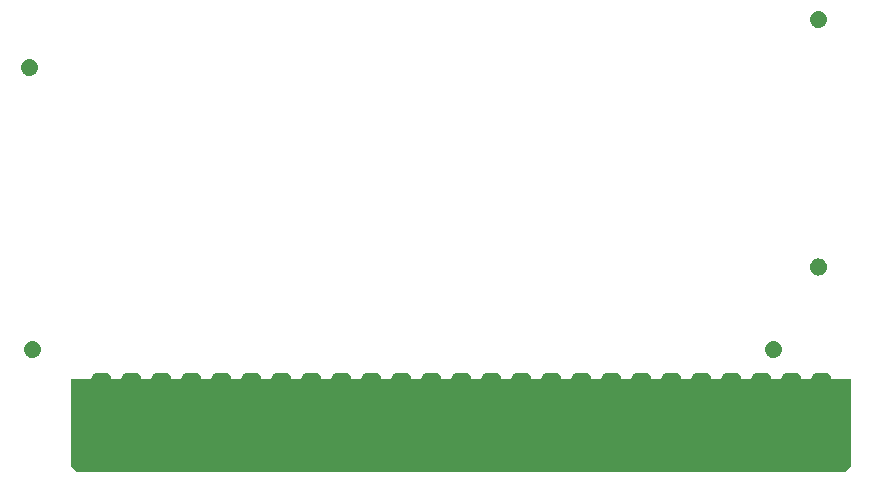
<source format=gbs>
G04 #@! TF.GenerationSoftware,KiCad,Pcbnew,7.0.10*
G04 #@! TF.CreationDate,2024-03-03T18:48:53-05:00*
G04 #@! TF.ProjectId,RAM128,52414d31-3238-42e6-9b69-6361645f7063,1.2*
G04 #@! TF.SameCoordinates,Original*
G04 #@! TF.FileFunction,Soldermask,Bot*
G04 #@! TF.FilePolarity,Negative*
%FSLAX46Y46*%
G04 Gerber Fmt 4.6, Leading zero omitted, Abs format (unit mm)*
G04 Created by KiCad (PCBNEW 7.0.10) date 2024-03-03 18:48:53*
%MOMM*%
%LPD*%
G01*
G04 APERTURE LIST*
G04 APERTURE END LIST*
G36*
X76665999Y-131543771D02*
G01*
X76677712Y-131547869D01*
X76688592Y-131549176D01*
X76744857Y-131571364D01*
X76794635Y-131588782D01*
X76801071Y-131593532D01*
X76804788Y-131594998D01*
X76867758Y-131642749D01*
X76904289Y-131669711D01*
X76931259Y-131706253D01*
X76979001Y-131769211D01*
X76980466Y-131772926D01*
X76985218Y-131779365D01*
X77002642Y-131829162D01*
X77024822Y-131885406D01*
X77026127Y-131896280D01*
X77030229Y-131908001D01*
X77038200Y-131993000D01*
X77038200Y-132042804D01*
X77075396Y-132080000D01*
X77864603Y-132080000D01*
X77901800Y-132042803D01*
X77901800Y-131996798D01*
X77901800Y-131993000D01*
X77909771Y-131908001D01*
X77913869Y-131896288D01*
X77915176Y-131885407D01*
X77937367Y-131829133D01*
X77954782Y-131779365D01*
X77959531Y-131772929D01*
X77960998Y-131769211D01*
X78008777Y-131706204D01*
X78035711Y-131669711D01*
X78072204Y-131642777D01*
X78135211Y-131594998D01*
X78138929Y-131593531D01*
X78145365Y-131588782D01*
X78195140Y-131571365D01*
X78251406Y-131549177D01*
X78262284Y-131547870D01*
X78274001Y-131543771D01*
X78359000Y-131535800D01*
X79121000Y-131535800D01*
X79205999Y-131543771D01*
X79217712Y-131547869D01*
X79228592Y-131549176D01*
X79284857Y-131571364D01*
X79334635Y-131588782D01*
X79341071Y-131593532D01*
X79344788Y-131594998D01*
X79407758Y-131642749D01*
X79444289Y-131669711D01*
X79471259Y-131706253D01*
X79519001Y-131769211D01*
X79520466Y-131772926D01*
X79525218Y-131779365D01*
X79542642Y-131829162D01*
X79564822Y-131885406D01*
X79566127Y-131896280D01*
X79570229Y-131908001D01*
X79578200Y-131993000D01*
X79578200Y-132042804D01*
X79615396Y-132080000D01*
X80404603Y-132080000D01*
X80441800Y-132042803D01*
X80441800Y-131996798D01*
X80441800Y-131993000D01*
X80449771Y-131908001D01*
X80453869Y-131896288D01*
X80455176Y-131885407D01*
X80477367Y-131829133D01*
X80494782Y-131779365D01*
X80499531Y-131772929D01*
X80500998Y-131769211D01*
X80548777Y-131706204D01*
X80575711Y-131669711D01*
X80612204Y-131642777D01*
X80675211Y-131594998D01*
X80678929Y-131593531D01*
X80685365Y-131588782D01*
X80735140Y-131571365D01*
X80791406Y-131549177D01*
X80802284Y-131547870D01*
X80814001Y-131543771D01*
X80899000Y-131535800D01*
X81661000Y-131535800D01*
X81745999Y-131543771D01*
X81757712Y-131547869D01*
X81768592Y-131549176D01*
X81824857Y-131571364D01*
X81874635Y-131588782D01*
X81881071Y-131593532D01*
X81884788Y-131594998D01*
X81947758Y-131642749D01*
X81984289Y-131669711D01*
X82011259Y-131706253D01*
X82059001Y-131769211D01*
X82060466Y-131772926D01*
X82065218Y-131779365D01*
X82082642Y-131829162D01*
X82104822Y-131885406D01*
X82106127Y-131896280D01*
X82110229Y-131908001D01*
X82118200Y-131993000D01*
X82118200Y-132042804D01*
X82155396Y-132080000D01*
X82944603Y-132080000D01*
X82981800Y-132042803D01*
X82981800Y-131996798D01*
X82981800Y-131993000D01*
X82989771Y-131908001D01*
X82993869Y-131896288D01*
X82995176Y-131885407D01*
X83017367Y-131829133D01*
X83034782Y-131779365D01*
X83039531Y-131772929D01*
X83040998Y-131769211D01*
X83088777Y-131706204D01*
X83115711Y-131669711D01*
X83152204Y-131642777D01*
X83215211Y-131594998D01*
X83218929Y-131593531D01*
X83225365Y-131588782D01*
X83275140Y-131571365D01*
X83331406Y-131549177D01*
X83342284Y-131547870D01*
X83354001Y-131543771D01*
X83439000Y-131535800D01*
X84201000Y-131535800D01*
X84285999Y-131543771D01*
X84297712Y-131547869D01*
X84308592Y-131549176D01*
X84364857Y-131571364D01*
X84414635Y-131588782D01*
X84421071Y-131593532D01*
X84424788Y-131594998D01*
X84487758Y-131642749D01*
X84524289Y-131669711D01*
X84551259Y-131706253D01*
X84599001Y-131769211D01*
X84600466Y-131772926D01*
X84605218Y-131779365D01*
X84622642Y-131829162D01*
X84644822Y-131885406D01*
X84646127Y-131896280D01*
X84650229Y-131908001D01*
X84658200Y-131993000D01*
X84658200Y-132042804D01*
X84695396Y-132080000D01*
X85484603Y-132080000D01*
X85521800Y-132042803D01*
X85521800Y-131996798D01*
X85521800Y-131993000D01*
X85529771Y-131908001D01*
X85533869Y-131896288D01*
X85535176Y-131885407D01*
X85557367Y-131829133D01*
X85574782Y-131779365D01*
X85579531Y-131772929D01*
X85580998Y-131769211D01*
X85628777Y-131706204D01*
X85655711Y-131669711D01*
X85692204Y-131642777D01*
X85755211Y-131594998D01*
X85758929Y-131593531D01*
X85765365Y-131588782D01*
X85815140Y-131571365D01*
X85871406Y-131549177D01*
X85882284Y-131547870D01*
X85894001Y-131543771D01*
X85979000Y-131535800D01*
X86741000Y-131535800D01*
X86825999Y-131543771D01*
X86837712Y-131547869D01*
X86848592Y-131549176D01*
X86904857Y-131571364D01*
X86954635Y-131588782D01*
X86961071Y-131593532D01*
X86964788Y-131594998D01*
X87027758Y-131642749D01*
X87064289Y-131669711D01*
X87091259Y-131706253D01*
X87139001Y-131769211D01*
X87140466Y-131772926D01*
X87145218Y-131779365D01*
X87162642Y-131829162D01*
X87184822Y-131885406D01*
X87186127Y-131896280D01*
X87190229Y-131908001D01*
X87198200Y-131993000D01*
X87198200Y-132042804D01*
X87235396Y-132080000D01*
X88024603Y-132080000D01*
X88061800Y-132042803D01*
X88061800Y-131996798D01*
X88061800Y-131993000D01*
X88069771Y-131908001D01*
X88073869Y-131896288D01*
X88075176Y-131885407D01*
X88097367Y-131829133D01*
X88114782Y-131779365D01*
X88119531Y-131772929D01*
X88120998Y-131769211D01*
X88168777Y-131706204D01*
X88195711Y-131669711D01*
X88232204Y-131642777D01*
X88295211Y-131594998D01*
X88298929Y-131593531D01*
X88305365Y-131588782D01*
X88355140Y-131571365D01*
X88411406Y-131549177D01*
X88422284Y-131547870D01*
X88434001Y-131543771D01*
X88519000Y-131535800D01*
X89281000Y-131535800D01*
X89365999Y-131543771D01*
X89377712Y-131547869D01*
X89388592Y-131549176D01*
X89444857Y-131571364D01*
X89494635Y-131588782D01*
X89501071Y-131593532D01*
X89504788Y-131594998D01*
X89567758Y-131642749D01*
X89604289Y-131669711D01*
X89631259Y-131706253D01*
X89679001Y-131769211D01*
X89680466Y-131772926D01*
X89685218Y-131779365D01*
X89702642Y-131829162D01*
X89724822Y-131885406D01*
X89726127Y-131896280D01*
X89730229Y-131908001D01*
X89738200Y-131993000D01*
X89738200Y-132042804D01*
X89775396Y-132080000D01*
X90564603Y-132080000D01*
X90601800Y-132042803D01*
X90601800Y-131996798D01*
X90601800Y-131993000D01*
X90609771Y-131908001D01*
X90613869Y-131896288D01*
X90615176Y-131885407D01*
X90637367Y-131829133D01*
X90654782Y-131779365D01*
X90659531Y-131772929D01*
X90660998Y-131769211D01*
X90708777Y-131706204D01*
X90735711Y-131669711D01*
X90772204Y-131642777D01*
X90835211Y-131594998D01*
X90838929Y-131593531D01*
X90845365Y-131588782D01*
X90895140Y-131571365D01*
X90951406Y-131549177D01*
X90962284Y-131547870D01*
X90974001Y-131543771D01*
X91059000Y-131535800D01*
X91821000Y-131535800D01*
X91905999Y-131543771D01*
X91917712Y-131547869D01*
X91928592Y-131549176D01*
X91984857Y-131571364D01*
X92034635Y-131588782D01*
X92041071Y-131593532D01*
X92044788Y-131594998D01*
X92107758Y-131642749D01*
X92144289Y-131669711D01*
X92171259Y-131706253D01*
X92219001Y-131769211D01*
X92220466Y-131772926D01*
X92225218Y-131779365D01*
X92242642Y-131829162D01*
X92264822Y-131885406D01*
X92266127Y-131896280D01*
X92270229Y-131908001D01*
X92278200Y-131993000D01*
X92278200Y-132042804D01*
X92315396Y-132080000D01*
X93104603Y-132080000D01*
X93141800Y-132042803D01*
X93141800Y-131996798D01*
X93141800Y-131993000D01*
X93149771Y-131908001D01*
X93153869Y-131896288D01*
X93155176Y-131885407D01*
X93177367Y-131829133D01*
X93194782Y-131779365D01*
X93199531Y-131772929D01*
X93200998Y-131769211D01*
X93248777Y-131706204D01*
X93275711Y-131669711D01*
X93312204Y-131642777D01*
X93375211Y-131594998D01*
X93378929Y-131593531D01*
X93385365Y-131588782D01*
X93435140Y-131571365D01*
X93491406Y-131549177D01*
X93502284Y-131547870D01*
X93514001Y-131543771D01*
X93599000Y-131535800D01*
X94361000Y-131535800D01*
X94445999Y-131543771D01*
X94457712Y-131547869D01*
X94468592Y-131549176D01*
X94524857Y-131571364D01*
X94574635Y-131588782D01*
X94581071Y-131593532D01*
X94584788Y-131594998D01*
X94647758Y-131642749D01*
X94684289Y-131669711D01*
X94711259Y-131706253D01*
X94759001Y-131769211D01*
X94760466Y-131772926D01*
X94765218Y-131779365D01*
X94782642Y-131829162D01*
X94804822Y-131885406D01*
X94806127Y-131896280D01*
X94810229Y-131908001D01*
X94818200Y-131993000D01*
X94818200Y-132042804D01*
X94855396Y-132080000D01*
X95644603Y-132080000D01*
X95681800Y-132042803D01*
X95681800Y-131996798D01*
X95681800Y-131993000D01*
X95689771Y-131908001D01*
X95693869Y-131896288D01*
X95695176Y-131885407D01*
X95717367Y-131829133D01*
X95734782Y-131779365D01*
X95739531Y-131772929D01*
X95740998Y-131769211D01*
X95788777Y-131706204D01*
X95815711Y-131669711D01*
X95852204Y-131642777D01*
X95915211Y-131594998D01*
X95918929Y-131593531D01*
X95925365Y-131588782D01*
X95975140Y-131571365D01*
X96031406Y-131549177D01*
X96042284Y-131547870D01*
X96054001Y-131543771D01*
X96139000Y-131535800D01*
X96901000Y-131535800D01*
X96985999Y-131543771D01*
X96997712Y-131547869D01*
X97008592Y-131549176D01*
X97064857Y-131571364D01*
X97114635Y-131588782D01*
X97121071Y-131593532D01*
X97124788Y-131594998D01*
X97187758Y-131642749D01*
X97224289Y-131669711D01*
X97251259Y-131706253D01*
X97299001Y-131769211D01*
X97300466Y-131772926D01*
X97305218Y-131779365D01*
X97322642Y-131829162D01*
X97344822Y-131885406D01*
X97346127Y-131896280D01*
X97350229Y-131908001D01*
X97358200Y-131993000D01*
X97358200Y-132042804D01*
X97395396Y-132080000D01*
X98184603Y-132080000D01*
X98221800Y-132042803D01*
X98221800Y-131996798D01*
X98221800Y-131993000D01*
X98229771Y-131908001D01*
X98233869Y-131896288D01*
X98235176Y-131885407D01*
X98257367Y-131829133D01*
X98274782Y-131779365D01*
X98279531Y-131772929D01*
X98280998Y-131769211D01*
X98328777Y-131706204D01*
X98355711Y-131669711D01*
X98392204Y-131642777D01*
X98455211Y-131594998D01*
X98458929Y-131593531D01*
X98465365Y-131588782D01*
X98515140Y-131571365D01*
X98571406Y-131549177D01*
X98582284Y-131547870D01*
X98594001Y-131543771D01*
X98679000Y-131535800D01*
X99441000Y-131535800D01*
X99525999Y-131543771D01*
X99537712Y-131547869D01*
X99548592Y-131549176D01*
X99604857Y-131571364D01*
X99654635Y-131588782D01*
X99661071Y-131593532D01*
X99664788Y-131594998D01*
X99727758Y-131642749D01*
X99764289Y-131669711D01*
X99791259Y-131706253D01*
X99839001Y-131769211D01*
X99840466Y-131772926D01*
X99845218Y-131779365D01*
X99862642Y-131829162D01*
X99884822Y-131885406D01*
X99886127Y-131896280D01*
X99890229Y-131908001D01*
X99898200Y-131993000D01*
X99898200Y-132042804D01*
X99935396Y-132080000D01*
X100724603Y-132080000D01*
X100761800Y-132042803D01*
X100761800Y-131996798D01*
X100761800Y-131993000D01*
X100769771Y-131908001D01*
X100773869Y-131896288D01*
X100775176Y-131885407D01*
X100797367Y-131829133D01*
X100814782Y-131779365D01*
X100819531Y-131772929D01*
X100820998Y-131769211D01*
X100868777Y-131706204D01*
X100895711Y-131669711D01*
X100932204Y-131642777D01*
X100995211Y-131594998D01*
X100998929Y-131593531D01*
X101005365Y-131588782D01*
X101055140Y-131571365D01*
X101111406Y-131549177D01*
X101122284Y-131547870D01*
X101134001Y-131543771D01*
X101219000Y-131535800D01*
X101981000Y-131535800D01*
X102065999Y-131543771D01*
X102077712Y-131547869D01*
X102088592Y-131549176D01*
X102144857Y-131571364D01*
X102194635Y-131588782D01*
X102201071Y-131593532D01*
X102204788Y-131594998D01*
X102267758Y-131642749D01*
X102304289Y-131669711D01*
X102331259Y-131706253D01*
X102379001Y-131769211D01*
X102380466Y-131772926D01*
X102385218Y-131779365D01*
X102402642Y-131829162D01*
X102424822Y-131885406D01*
X102426127Y-131896280D01*
X102430229Y-131908001D01*
X102438200Y-131993000D01*
X102438200Y-132042804D01*
X102475396Y-132080000D01*
X103264603Y-132080000D01*
X103301800Y-132042803D01*
X103301800Y-131996798D01*
X103301800Y-131993000D01*
X103309771Y-131908001D01*
X103313869Y-131896288D01*
X103315176Y-131885407D01*
X103337367Y-131829133D01*
X103354782Y-131779365D01*
X103359531Y-131772929D01*
X103360998Y-131769211D01*
X103408777Y-131706204D01*
X103435711Y-131669711D01*
X103472204Y-131642777D01*
X103535211Y-131594998D01*
X103538929Y-131593531D01*
X103545365Y-131588782D01*
X103595140Y-131571365D01*
X103651406Y-131549177D01*
X103662284Y-131547870D01*
X103674001Y-131543771D01*
X103759000Y-131535800D01*
X104521000Y-131535800D01*
X104605999Y-131543771D01*
X104617712Y-131547869D01*
X104628592Y-131549176D01*
X104684857Y-131571364D01*
X104734635Y-131588782D01*
X104741071Y-131593532D01*
X104744788Y-131594998D01*
X104807758Y-131642749D01*
X104844289Y-131669711D01*
X104871259Y-131706253D01*
X104919001Y-131769211D01*
X104920466Y-131772926D01*
X104925218Y-131779365D01*
X104942642Y-131829162D01*
X104964822Y-131885406D01*
X104966127Y-131896280D01*
X104970229Y-131908001D01*
X104978200Y-131993000D01*
X104978200Y-132042804D01*
X105015396Y-132080000D01*
X105804603Y-132080000D01*
X105841800Y-132042803D01*
X105841800Y-131996798D01*
X105841800Y-131993000D01*
X105849771Y-131908001D01*
X105853869Y-131896288D01*
X105855176Y-131885407D01*
X105877367Y-131829133D01*
X105894782Y-131779365D01*
X105899531Y-131772929D01*
X105900998Y-131769211D01*
X105948777Y-131706204D01*
X105975711Y-131669711D01*
X106012204Y-131642777D01*
X106075211Y-131594998D01*
X106078929Y-131593531D01*
X106085365Y-131588782D01*
X106135140Y-131571365D01*
X106191406Y-131549177D01*
X106202284Y-131547870D01*
X106214001Y-131543771D01*
X106299000Y-131535800D01*
X107061000Y-131535800D01*
X107145999Y-131543771D01*
X107157712Y-131547869D01*
X107168592Y-131549176D01*
X107224857Y-131571364D01*
X107274635Y-131588782D01*
X107281071Y-131593532D01*
X107284788Y-131594998D01*
X107347758Y-131642749D01*
X107384289Y-131669711D01*
X107411259Y-131706253D01*
X107459001Y-131769211D01*
X107460466Y-131772926D01*
X107465218Y-131779365D01*
X107482642Y-131829162D01*
X107504822Y-131885406D01*
X107506127Y-131896280D01*
X107510229Y-131908001D01*
X107518200Y-131993000D01*
X107518200Y-132042804D01*
X107555396Y-132080000D01*
X108344603Y-132080000D01*
X108381800Y-132042803D01*
X108381800Y-131996798D01*
X108381800Y-131993000D01*
X108389771Y-131908001D01*
X108393869Y-131896288D01*
X108395176Y-131885407D01*
X108417367Y-131829133D01*
X108434782Y-131779365D01*
X108439531Y-131772929D01*
X108440998Y-131769211D01*
X108488777Y-131706204D01*
X108515711Y-131669711D01*
X108552204Y-131642777D01*
X108615211Y-131594998D01*
X108618929Y-131593531D01*
X108625365Y-131588782D01*
X108675140Y-131571365D01*
X108731406Y-131549177D01*
X108742284Y-131547870D01*
X108754001Y-131543771D01*
X108839000Y-131535800D01*
X109601000Y-131535800D01*
X109685999Y-131543771D01*
X109697712Y-131547869D01*
X109708592Y-131549176D01*
X109764857Y-131571364D01*
X109814635Y-131588782D01*
X109821071Y-131593532D01*
X109824788Y-131594998D01*
X109887758Y-131642749D01*
X109924289Y-131669711D01*
X109951259Y-131706253D01*
X109999001Y-131769211D01*
X110000466Y-131772926D01*
X110005218Y-131779365D01*
X110022642Y-131829162D01*
X110044822Y-131885406D01*
X110046127Y-131896280D01*
X110050229Y-131908001D01*
X110058200Y-131993000D01*
X110058200Y-132042804D01*
X110095396Y-132080000D01*
X110884603Y-132080000D01*
X110921800Y-132042803D01*
X110921800Y-131996798D01*
X110921800Y-131993000D01*
X110929771Y-131908001D01*
X110933869Y-131896288D01*
X110935176Y-131885407D01*
X110957367Y-131829133D01*
X110974782Y-131779365D01*
X110979531Y-131772929D01*
X110980998Y-131769211D01*
X111028777Y-131706204D01*
X111055711Y-131669711D01*
X111092204Y-131642777D01*
X111155211Y-131594998D01*
X111158929Y-131593531D01*
X111165365Y-131588782D01*
X111215140Y-131571365D01*
X111271406Y-131549177D01*
X111282284Y-131547870D01*
X111294001Y-131543771D01*
X111379000Y-131535800D01*
X112141000Y-131535800D01*
X112225999Y-131543771D01*
X112237712Y-131547869D01*
X112248592Y-131549176D01*
X112304857Y-131571364D01*
X112354635Y-131588782D01*
X112361071Y-131593532D01*
X112364788Y-131594998D01*
X112427758Y-131642749D01*
X112464289Y-131669711D01*
X112491259Y-131706253D01*
X112539001Y-131769211D01*
X112540466Y-131772926D01*
X112545218Y-131779365D01*
X112562642Y-131829162D01*
X112584822Y-131885406D01*
X112586127Y-131896280D01*
X112590229Y-131908001D01*
X112598200Y-131993000D01*
X112598200Y-132042804D01*
X112635396Y-132080000D01*
X113424603Y-132080000D01*
X113461800Y-132042803D01*
X113461800Y-131996798D01*
X113461800Y-131993000D01*
X113469771Y-131908001D01*
X113473869Y-131896288D01*
X113475176Y-131885407D01*
X113497367Y-131829133D01*
X113514782Y-131779365D01*
X113519531Y-131772929D01*
X113520998Y-131769211D01*
X113568777Y-131706204D01*
X113595711Y-131669711D01*
X113632204Y-131642777D01*
X113695211Y-131594998D01*
X113698929Y-131593531D01*
X113705365Y-131588782D01*
X113755140Y-131571365D01*
X113811406Y-131549177D01*
X113822284Y-131547870D01*
X113834001Y-131543771D01*
X113919000Y-131535800D01*
X114681000Y-131535800D01*
X114765999Y-131543771D01*
X114777712Y-131547869D01*
X114788592Y-131549176D01*
X114844857Y-131571364D01*
X114894635Y-131588782D01*
X114901071Y-131593532D01*
X114904788Y-131594998D01*
X114967758Y-131642749D01*
X115004289Y-131669711D01*
X115031259Y-131706253D01*
X115079001Y-131769211D01*
X115080466Y-131772926D01*
X115085218Y-131779365D01*
X115102642Y-131829162D01*
X115124822Y-131885406D01*
X115126127Y-131896280D01*
X115130229Y-131908001D01*
X115138200Y-131993000D01*
X115138200Y-132042804D01*
X115175396Y-132080000D01*
X115964603Y-132080000D01*
X116001800Y-132042803D01*
X116001800Y-131996798D01*
X116001800Y-131993000D01*
X116009771Y-131908001D01*
X116013869Y-131896288D01*
X116015176Y-131885407D01*
X116037367Y-131829133D01*
X116054782Y-131779365D01*
X116059531Y-131772929D01*
X116060998Y-131769211D01*
X116108777Y-131706204D01*
X116135711Y-131669711D01*
X116172204Y-131642777D01*
X116235211Y-131594998D01*
X116238929Y-131593531D01*
X116245365Y-131588782D01*
X116295140Y-131571365D01*
X116351406Y-131549177D01*
X116362284Y-131547870D01*
X116374001Y-131543771D01*
X116459000Y-131535800D01*
X117221000Y-131535800D01*
X117305999Y-131543771D01*
X117317712Y-131547869D01*
X117328592Y-131549176D01*
X117384857Y-131571364D01*
X117434635Y-131588782D01*
X117441071Y-131593532D01*
X117444788Y-131594998D01*
X117507758Y-131642749D01*
X117544289Y-131669711D01*
X117571259Y-131706253D01*
X117619001Y-131769211D01*
X117620466Y-131772926D01*
X117625218Y-131779365D01*
X117642642Y-131829162D01*
X117664822Y-131885406D01*
X117666127Y-131896280D01*
X117670229Y-131908001D01*
X117678200Y-131993000D01*
X117678200Y-132042804D01*
X117715396Y-132080000D01*
X118504603Y-132080000D01*
X118541800Y-132042803D01*
X118541800Y-131996798D01*
X118541800Y-131993000D01*
X118549771Y-131908001D01*
X118553869Y-131896288D01*
X118555176Y-131885407D01*
X118577367Y-131829133D01*
X118594782Y-131779365D01*
X118599531Y-131772929D01*
X118600998Y-131769211D01*
X118648777Y-131706204D01*
X118675711Y-131669711D01*
X118712204Y-131642777D01*
X118775211Y-131594998D01*
X118778929Y-131593531D01*
X118785365Y-131588782D01*
X118835140Y-131571365D01*
X118891406Y-131549177D01*
X118902284Y-131547870D01*
X118914001Y-131543771D01*
X118999000Y-131535800D01*
X119761000Y-131535800D01*
X119845999Y-131543771D01*
X119857712Y-131547869D01*
X119868592Y-131549176D01*
X119924857Y-131571364D01*
X119974635Y-131588782D01*
X119981071Y-131593532D01*
X119984788Y-131594998D01*
X120047758Y-131642749D01*
X120084289Y-131669711D01*
X120111259Y-131706253D01*
X120159001Y-131769211D01*
X120160466Y-131772926D01*
X120165218Y-131779365D01*
X120182642Y-131829162D01*
X120204822Y-131885406D01*
X120206127Y-131896280D01*
X120210229Y-131908001D01*
X120218200Y-131993000D01*
X120218200Y-132042804D01*
X120255396Y-132080000D01*
X121044603Y-132080000D01*
X121081800Y-132042803D01*
X121081800Y-131996798D01*
X121081800Y-131993000D01*
X121089771Y-131908001D01*
X121093869Y-131896288D01*
X121095176Y-131885407D01*
X121117367Y-131829133D01*
X121134782Y-131779365D01*
X121139531Y-131772929D01*
X121140998Y-131769211D01*
X121188777Y-131706204D01*
X121215711Y-131669711D01*
X121252204Y-131642777D01*
X121315211Y-131594998D01*
X121318929Y-131593531D01*
X121325365Y-131588782D01*
X121375140Y-131571365D01*
X121431406Y-131549177D01*
X121442284Y-131547870D01*
X121454001Y-131543771D01*
X121539000Y-131535800D01*
X122301000Y-131535800D01*
X122385999Y-131543771D01*
X122397712Y-131547869D01*
X122408592Y-131549176D01*
X122464857Y-131571364D01*
X122514635Y-131588782D01*
X122521071Y-131593532D01*
X122524788Y-131594998D01*
X122587758Y-131642749D01*
X122624289Y-131669711D01*
X122651259Y-131706253D01*
X122699001Y-131769211D01*
X122700466Y-131772926D01*
X122705218Y-131779365D01*
X122722642Y-131829162D01*
X122744822Y-131885406D01*
X122746127Y-131896280D01*
X122750229Y-131908001D01*
X122758200Y-131993000D01*
X122758200Y-132042804D01*
X122795396Y-132080000D01*
X123584603Y-132080000D01*
X123621800Y-132042803D01*
X123621800Y-131996798D01*
X123621800Y-131993000D01*
X123629771Y-131908001D01*
X123633869Y-131896288D01*
X123635176Y-131885407D01*
X123657367Y-131829133D01*
X123674782Y-131779365D01*
X123679531Y-131772929D01*
X123680998Y-131769211D01*
X123728777Y-131706204D01*
X123755711Y-131669711D01*
X123792204Y-131642777D01*
X123855211Y-131594998D01*
X123858929Y-131593531D01*
X123865365Y-131588782D01*
X123915140Y-131571365D01*
X123971406Y-131549177D01*
X123982284Y-131547870D01*
X123994001Y-131543771D01*
X124079000Y-131535800D01*
X124841000Y-131535800D01*
X124925999Y-131543771D01*
X124937712Y-131547869D01*
X124948592Y-131549176D01*
X125004857Y-131571364D01*
X125054635Y-131588782D01*
X125061071Y-131593532D01*
X125064788Y-131594998D01*
X125127758Y-131642749D01*
X125164289Y-131669711D01*
X125191259Y-131706253D01*
X125239001Y-131769211D01*
X125240466Y-131772926D01*
X125245218Y-131779365D01*
X125262642Y-131829162D01*
X125284822Y-131885406D01*
X125286127Y-131896280D01*
X125290229Y-131908001D01*
X125298200Y-131993000D01*
X125298200Y-132042804D01*
X125335396Y-132080000D01*
X126124603Y-132080000D01*
X126161800Y-132042803D01*
X126161800Y-131996798D01*
X126161800Y-131993000D01*
X126169771Y-131908001D01*
X126173869Y-131896288D01*
X126175176Y-131885407D01*
X126197367Y-131829133D01*
X126214782Y-131779365D01*
X126219531Y-131772929D01*
X126220998Y-131769211D01*
X126268777Y-131706204D01*
X126295711Y-131669711D01*
X126332204Y-131642777D01*
X126395211Y-131594998D01*
X126398929Y-131593531D01*
X126405365Y-131588782D01*
X126455140Y-131571365D01*
X126511406Y-131549177D01*
X126522284Y-131547870D01*
X126534001Y-131543771D01*
X126619000Y-131535800D01*
X127381000Y-131535800D01*
X127465999Y-131543771D01*
X127477712Y-131547869D01*
X127488592Y-131549176D01*
X127544857Y-131571364D01*
X127594635Y-131588782D01*
X127601071Y-131593532D01*
X127604788Y-131594998D01*
X127667758Y-131642749D01*
X127704289Y-131669711D01*
X127731259Y-131706253D01*
X127779001Y-131769211D01*
X127780466Y-131772926D01*
X127785218Y-131779365D01*
X127802642Y-131829162D01*
X127824822Y-131885406D01*
X127826127Y-131896280D01*
X127830229Y-131908001D01*
X127838200Y-131993000D01*
X127838200Y-132042804D01*
X127875396Y-132080000D01*
X128664603Y-132080000D01*
X128701800Y-132042803D01*
X128701800Y-131996798D01*
X128701800Y-131993000D01*
X128709771Y-131908001D01*
X128713869Y-131896288D01*
X128715176Y-131885407D01*
X128737367Y-131829133D01*
X128754782Y-131779365D01*
X128759531Y-131772929D01*
X128760998Y-131769211D01*
X128808777Y-131706204D01*
X128835711Y-131669711D01*
X128872204Y-131642777D01*
X128935211Y-131594998D01*
X128938929Y-131593531D01*
X128945365Y-131588782D01*
X128995140Y-131571365D01*
X129051406Y-131549177D01*
X129062284Y-131547870D01*
X129074001Y-131543771D01*
X129159000Y-131535800D01*
X129921000Y-131535800D01*
X130005999Y-131543771D01*
X130017712Y-131547869D01*
X130028592Y-131549176D01*
X130084857Y-131571364D01*
X130134635Y-131588782D01*
X130141071Y-131593532D01*
X130144788Y-131594998D01*
X130207758Y-131642749D01*
X130244289Y-131669711D01*
X130271259Y-131706253D01*
X130319001Y-131769211D01*
X130320466Y-131772926D01*
X130325218Y-131779365D01*
X130342642Y-131829162D01*
X130364822Y-131885406D01*
X130366127Y-131896280D01*
X130370229Y-131908001D01*
X130378200Y-131993000D01*
X130378200Y-132042804D01*
X130415396Y-132080000D01*
X131204603Y-132080000D01*
X131241800Y-132042803D01*
X131241800Y-131996798D01*
X131241800Y-131993000D01*
X131249771Y-131908001D01*
X131253869Y-131896288D01*
X131255176Y-131885407D01*
X131277367Y-131829133D01*
X131294782Y-131779365D01*
X131299531Y-131772929D01*
X131300998Y-131769211D01*
X131348777Y-131706204D01*
X131375711Y-131669711D01*
X131412204Y-131642777D01*
X131475211Y-131594998D01*
X131478929Y-131593531D01*
X131485365Y-131588782D01*
X131535140Y-131571365D01*
X131591406Y-131549177D01*
X131602284Y-131547870D01*
X131614001Y-131543771D01*
X131699000Y-131535800D01*
X132461000Y-131535800D01*
X132545999Y-131543771D01*
X132557712Y-131547869D01*
X132568592Y-131549176D01*
X132624857Y-131571364D01*
X132674635Y-131588782D01*
X132681071Y-131593532D01*
X132684788Y-131594998D01*
X132747758Y-131642749D01*
X132784289Y-131669711D01*
X132811259Y-131706253D01*
X132859001Y-131769211D01*
X132860466Y-131772926D01*
X132865218Y-131779365D01*
X132882642Y-131829162D01*
X132904822Y-131885406D01*
X132906127Y-131896280D01*
X132910229Y-131908001D01*
X132918200Y-131993000D01*
X132918200Y-132042804D01*
X132955396Y-132080000D01*
X133744603Y-132080000D01*
X133781800Y-132042803D01*
X133781800Y-131996798D01*
X133781800Y-131993000D01*
X133789771Y-131908001D01*
X133793869Y-131896288D01*
X133795176Y-131885407D01*
X133817367Y-131829133D01*
X133834782Y-131779365D01*
X133839531Y-131772929D01*
X133840998Y-131769211D01*
X133888777Y-131706204D01*
X133915711Y-131669711D01*
X133952204Y-131642777D01*
X134015211Y-131594998D01*
X134018929Y-131593531D01*
X134025365Y-131588782D01*
X134075140Y-131571365D01*
X134131406Y-131549177D01*
X134142284Y-131547870D01*
X134154001Y-131543771D01*
X134239000Y-131535800D01*
X135001000Y-131535800D01*
X135085999Y-131543771D01*
X135097712Y-131547869D01*
X135108592Y-131549176D01*
X135164857Y-131571364D01*
X135214635Y-131588782D01*
X135221071Y-131593532D01*
X135224788Y-131594998D01*
X135287758Y-131642749D01*
X135324289Y-131669711D01*
X135351259Y-131706253D01*
X135399001Y-131769211D01*
X135400466Y-131772926D01*
X135405218Y-131779365D01*
X135422642Y-131829162D01*
X135444822Y-131885406D01*
X135446127Y-131896280D01*
X135450229Y-131908001D01*
X135458200Y-131993000D01*
X135458200Y-132042804D01*
X135495396Y-132080000D01*
X136284603Y-132080000D01*
X136321800Y-132042803D01*
X136321800Y-131996798D01*
X136321800Y-131993000D01*
X136329771Y-131908001D01*
X136333869Y-131896288D01*
X136335176Y-131885407D01*
X136357367Y-131829133D01*
X136374782Y-131779365D01*
X136379531Y-131772929D01*
X136380998Y-131769211D01*
X136428777Y-131706204D01*
X136455711Y-131669711D01*
X136492204Y-131642777D01*
X136555211Y-131594998D01*
X136558929Y-131593531D01*
X136565365Y-131588782D01*
X136615140Y-131571365D01*
X136671406Y-131549177D01*
X136682284Y-131547870D01*
X136694001Y-131543771D01*
X136779000Y-131535800D01*
X137541000Y-131535800D01*
X137625999Y-131543771D01*
X137637712Y-131547869D01*
X137648592Y-131549176D01*
X137704857Y-131571364D01*
X137754635Y-131588782D01*
X137761071Y-131593532D01*
X137764788Y-131594998D01*
X137827758Y-131642749D01*
X137864289Y-131669711D01*
X137891259Y-131706253D01*
X137939001Y-131769211D01*
X137940466Y-131772926D01*
X137945218Y-131779365D01*
X137962642Y-131829162D01*
X137984822Y-131885406D01*
X137986127Y-131896280D01*
X137990229Y-131908001D01*
X137998200Y-131993000D01*
X137998200Y-132042804D01*
X138035396Y-132080000D01*
X139700000Y-132080000D01*
X139700000Y-139446000D01*
X139192000Y-139954000D01*
X139179372Y-139954000D01*
X74180631Y-139954000D01*
X74168000Y-139954000D01*
X73660000Y-139446000D01*
X73660000Y-132080000D01*
X75324603Y-132080000D01*
X75361800Y-132042803D01*
X75361800Y-131996798D01*
X75361800Y-131993000D01*
X75369771Y-131908001D01*
X75373869Y-131896288D01*
X75375176Y-131885407D01*
X75397367Y-131829133D01*
X75414782Y-131779365D01*
X75419531Y-131772929D01*
X75420998Y-131769211D01*
X75468777Y-131706204D01*
X75495711Y-131669711D01*
X75532204Y-131642777D01*
X75595211Y-131594998D01*
X75598929Y-131593531D01*
X75605365Y-131588782D01*
X75655140Y-131571365D01*
X75711406Y-131549177D01*
X75722284Y-131547870D01*
X75734001Y-131543771D01*
X75819000Y-131535800D01*
X76581000Y-131535800D01*
X76665999Y-131543771D01*
G37*
G36*
X70519105Y-128834152D02*
G01*
X70672132Y-128887699D01*
X70809407Y-128973954D01*
X70924046Y-129088593D01*
X71010301Y-129225868D01*
X71063848Y-129378895D01*
X71082000Y-129540000D01*
X71063848Y-129701105D01*
X71010301Y-129854132D01*
X70924046Y-129991407D01*
X70809407Y-130106046D01*
X70672132Y-130192301D01*
X70519105Y-130245848D01*
X70358000Y-130264000D01*
X70196895Y-130245848D01*
X70043868Y-130192301D01*
X69906593Y-130106046D01*
X69791954Y-129991407D01*
X69705699Y-129854132D01*
X69652152Y-129701105D01*
X69634000Y-129540000D01*
X69652152Y-129378895D01*
X69705699Y-129225868D01*
X69791954Y-129088593D01*
X69906593Y-128973954D01*
X70043868Y-128887699D01*
X70196895Y-128834152D01*
X70358000Y-128816000D01*
X70519105Y-128834152D01*
G37*
G36*
X133257105Y-128834152D02*
G01*
X133410132Y-128887699D01*
X133547407Y-128973954D01*
X133662046Y-129088593D01*
X133748301Y-129225868D01*
X133801848Y-129378895D01*
X133820000Y-129540000D01*
X133801848Y-129701105D01*
X133748301Y-129854132D01*
X133662046Y-129991407D01*
X133547407Y-130106046D01*
X133410132Y-130192301D01*
X133257105Y-130245848D01*
X133096000Y-130264000D01*
X132934895Y-130245848D01*
X132781868Y-130192301D01*
X132644593Y-130106046D01*
X132529954Y-129991407D01*
X132443699Y-129854132D01*
X132390152Y-129701105D01*
X132372000Y-129540000D01*
X132390152Y-129378895D01*
X132443699Y-129225868D01*
X132529954Y-129088593D01*
X132644593Y-128973954D01*
X132781868Y-128887699D01*
X132934895Y-128834152D01*
X133096000Y-128816000D01*
X133257105Y-128834152D01*
G37*
G36*
X137067105Y-121849152D02*
G01*
X137220132Y-121902699D01*
X137357407Y-121988954D01*
X137472046Y-122103593D01*
X137558301Y-122240868D01*
X137611848Y-122393895D01*
X137630000Y-122555000D01*
X137611848Y-122716105D01*
X137558301Y-122869132D01*
X137472046Y-123006407D01*
X137357407Y-123121046D01*
X137220132Y-123207301D01*
X137067105Y-123260848D01*
X136906000Y-123279000D01*
X136744895Y-123260848D01*
X136591868Y-123207301D01*
X136454593Y-123121046D01*
X136339954Y-123006407D01*
X136253699Y-122869132D01*
X136200152Y-122716105D01*
X136182000Y-122555000D01*
X136200152Y-122393895D01*
X136253699Y-122240868D01*
X136339954Y-122103593D01*
X136454593Y-121988954D01*
X136591868Y-121902699D01*
X136744895Y-121849152D01*
X136906000Y-121831000D01*
X137067105Y-121849152D01*
G37*
G36*
X70265105Y-104958152D02*
G01*
X70418132Y-105011699D01*
X70555407Y-105097954D01*
X70670046Y-105212593D01*
X70756301Y-105349868D01*
X70809848Y-105502895D01*
X70828000Y-105664000D01*
X70809848Y-105825105D01*
X70756301Y-105978132D01*
X70670046Y-106115407D01*
X70555407Y-106230046D01*
X70418132Y-106316301D01*
X70265105Y-106369848D01*
X70104000Y-106388000D01*
X69942895Y-106369848D01*
X69789868Y-106316301D01*
X69652593Y-106230046D01*
X69537954Y-106115407D01*
X69451699Y-105978132D01*
X69398152Y-105825105D01*
X69380000Y-105664000D01*
X69398152Y-105502895D01*
X69451699Y-105349868D01*
X69537954Y-105212593D01*
X69652593Y-105097954D01*
X69789868Y-105011699D01*
X69942895Y-104958152D01*
X70104000Y-104940000D01*
X70265105Y-104958152D01*
G37*
G36*
X137067105Y-100894152D02*
G01*
X137220132Y-100947699D01*
X137357407Y-101033954D01*
X137472046Y-101148593D01*
X137558301Y-101285868D01*
X137611848Y-101438895D01*
X137630000Y-101600000D01*
X137611848Y-101761105D01*
X137558301Y-101914132D01*
X137472046Y-102051407D01*
X137357407Y-102166046D01*
X137220132Y-102252301D01*
X137067105Y-102305848D01*
X136906000Y-102324000D01*
X136744895Y-102305848D01*
X136591868Y-102252301D01*
X136454593Y-102166046D01*
X136339954Y-102051407D01*
X136253699Y-101914132D01*
X136200152Y-101761105D01*
X136182000Y-101600000D01*
X136200152Y-101438895D01*
X136253699Y-101285868D01*
X136339954Y-101148593D01*
X136454593Y-101033954D01*
X136591868Y-100947699D01*
X136744895Y-100894152D01*
X136906000Y-100876000D01*
X137067105Y-100894152D01*
G37*
M02*

</source>
